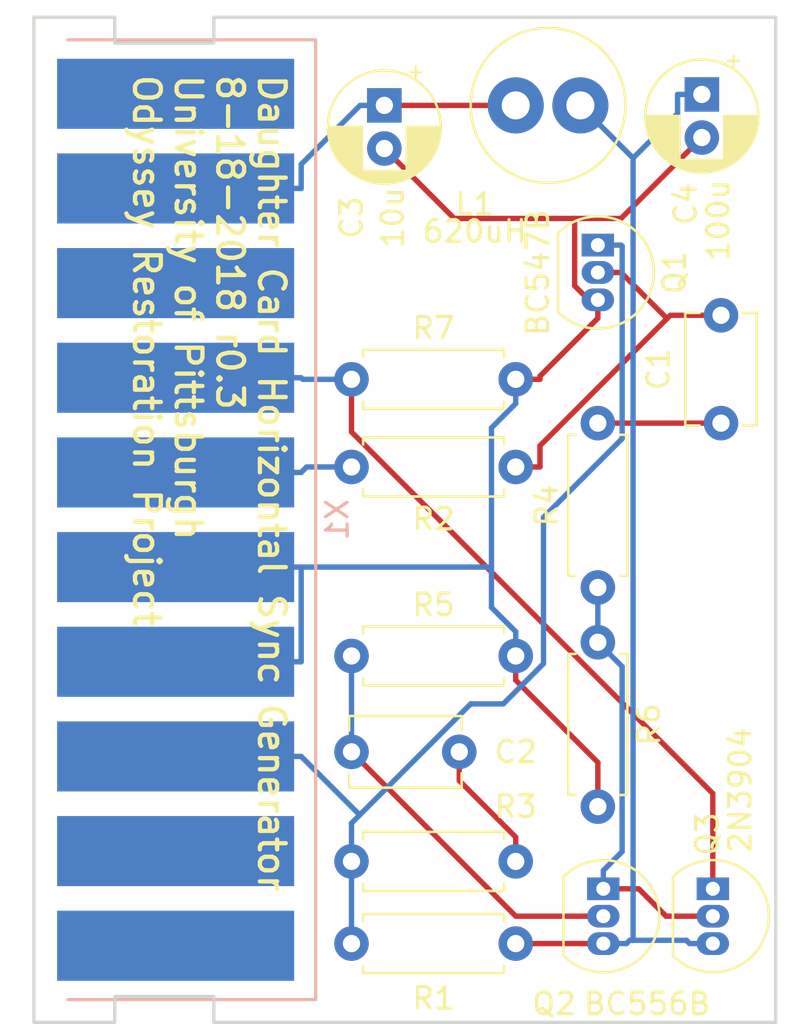
<source format=kicad_pcb>
(kicad_pcb (version 20171130) (host pcbnew "(2017-12-21 revision 23d71cfa9)-makepkg")

  (general
    (thickness 1.6)
    (drawings 13)
    (tracks 85)
    (zones 0)
    (modules 16)
    (nets 16)
  )

  (page A4)
  (title_block
    (title "Odyssey Daughter Card Horizontal Sync Generator")
    (date 2018-08-18)
    (rev 0.3)
    (company "University of Pittsburgh - Odyssey Restoration Project")
    (comment 1 "Levi Burner")
  )

  (layers
    (0 F.Cu signal)
    (31 B.Cu signal)
    (32 B.Adhes user)
    (33 F.Adhes user)
    (34 B.Paste user)
    (35 F.Paste user)
    (36 B.SilkS user)
    (37 F.SilkS user)
    (38 B.Mask user)
    (39 F.Mask user)
    (40 Dwgs.User user)
    (41 Cmts.User user)
    (42 Eco1.User user)
    (43 Eco2.User user)
    (44 Edge.Cuts user)
    (45 Margin user)
    (46 B.CrtYd user)
    (47 F.CrtYd user)
    (48 B.Fab user)
    (49 F.Fab user)
  )

  (setup
    (last_trace_width 0.25)
    (user_trace_width 2.5)
    (trace_clearance 0.2)
    (zone_clearance 0.508)
    (zone_45_only no)
    (trace_min 0.2)
    (segment_width 0.2)
    (edge_width 0.15)
    (via_size 0.8)
    (via_drill 0.4)
    (via_min_size 0.4)
    (via_min_drill 0.3)
    (uvia_size 0.3)
    (uvia_drill 0.1)
    (uvias_allowed no)
    (uvia_min_size 0.2)
    (uvia_min_drill 0.1)
    (pcb_text_width 0.3)
    (pcb_text_size 1.5 1.5)
    (mod_edge_width 0.15)
    (mod_text_size 1 1)
    (mod_text_width 0.15)
    (pad_size 1.05 1.5)
    (pad_drill 0.65)
    (pad_to_mask_clearance 0.2)
    (aux_axis_origin 0 0)
    (visible_elements 7FFFFFFF)
    (pcbplotparams
      (layerselection 0x010f0_ffffffff)
      (usegerberextensions false)
      (usegerberattributes false)
      (usegerberadvancedattributes false)
      (creategerberjobfile false)
      (excludeedgelayer true)
      (linewidth 0.100000)
      (plotframeref false)
      (viasonmask false)
      (mode 1)
      (useauxorigin false)
      (hpglpennumber 1)
      (hpglpenspeed 20)
      (hpglpendiameter 15)
      (psnegative false)
      (psa4output false)
      (plotreference true)
      (plotvalue true)
      (plotinvisibletext false)
      (padsonsilk false)
      (subtractmaskfromsilk false)
      (outputformat 1)
      (mirror false)
      (drillshape 0)
      (scaleselection 1)
      (outputdirectory gerbers/))
  )

  (net 0 "")
  (net 1 "Net-(C1-Pad1)")
  (net 2 "Net-(C1-Pad2)")
  (net 3 "Net-(C2-Pad2)")
  (net 4 "Net-(C2-Pad1)")
  (net 5 /Card9)
  (net 6 GND)
  (net 7 "Net-(C4-Pad1)")
  (net 8 /Card3)
  (net 9 /Card7)
  (net 10 /Card6)
  (net 11 /Card10)
  (net 12 /Card8)
  (net 13 /Card2)
  (net 14 /Card1)
  (net 15 "Net-(Q2-Pad1)")

  (net_class Default "This is the default net class."
    (clearance 0.2)
    (trace_width 0.25)
    (via_dia 0.8)
    (via_drill 0.4)
    (uvia_dia 0.3)
    (uvia_drill 0.1)
    (add_net /Card1)
    (add_net /Card10)
    (add_net /Card2)
    (add_net /Card3)
    (add_net /Card6)
    (add_net /Card7)
    (add_net /Card8)
    (add_net /Card9)
    (add_net GND)
    (add_net "Net-(C1-Pad1)")
    (add_net "Net-(C1-Pad2)")
    (add_net "Net-(C2-Pad1)")
    (add_net "Net-(C2-Pad2)")
    (add_net "Net-(C4-Pad1)")
    (add_net "Net-(Q2-Pad1)")
  )

  (module Odyssey_Daughter_Card:Odyssey_Daughter_Card (layer F.Cu) (tedit 5B0D8ECD) (tstamp 5B2441A7)
    (at 129 101)
    (path /5B0D981F)
    (fp_text reference X1 (at 7.5 0 90) (layer B.SilkS)
      (effects (font (size 1 1) (thickness 0.15)) (justify mirror))
    )
    (fp_text value OdysseyDaughterCard (at 0 -23.25) (layer F.Fab)
      (effects (font (size 1 1) (thickness 0.15)))
    )
    (fp_line (start -5 -22.25) (end 6.5 -22.25) (layer B.SilkS) (width 0.15))
    (fp_line (start 6.5 -22.25) (end 6.5 22.25) (layer B.SilkS) (width 0.15))
    (fp_line (start 6.5 22.25) (end -5 22.25) (layer B.SilkS) (width 0.15))
    (pad 10 smd rect (at 0 -19.75) (size 11 3.25) (layers B.Cu B.Mask)
      (net 11 /Card10))
    (pad 9 smd rect (at 0 -15.361112) (size 11 3.25) (layers B.Cu B.Mask)
      (net 5 /Card9))
    (pad 8 smd rect (at 0 -10.972224) (size 11 3.25) (layers B.Cu B.Mask)
      (net 12 /Card8))
    (pad 7 smd rect (at 0 -6.583336) (size 11 3.25) (layers B.Cu B.Mask)
      (net 9 /Card7))
    (pad 6 smd rect (at 0 -2.194448) (size 11 3.25) (layers B.Cu B.Mask)
      (net 10 /Card6))
    (pad 5 smd rect (at 0 2.19444) (size 11 3.25) (layers B.Cu B.Mask)
      (net 6 GND))
    (pad 4 smd rect (at 0 6.583328) (size 11 3.25) (layers B.Cu B.Mask)
      (net 6 GND))
    (pad 3 smd rect (at 0 10.972216) (size 11 3.25) (layers B.Cu B.Mask)
      (net 8 /Card3))
    (pad 2 smd rect (at 0 15.361104) (size 11 3.25) (layers B.Cu B.Mask)
      (net 13 /Card2))
    (pad 1 smd rect (at 0 19.749992) (size 11 3.25) (layers B.Cu B.Mask)
      (net 14 /Card1))
  )

  (module Capacitor_THT:C_Disc_D5.1mm_W3.2mm_P5.00mm (layer F.Cu) (tedit 5A142A3B) (tstamp 5B79DF06)
    (at 154.305 96.52 90)
    (descr "C, Disc series, Radial, pin pitch=5.00mm, diameter*width=5.1*3.2mm^2, Capacitor, http://www.vishay.com/docs/45233/krseries.pdf")
    (tags "C Disc series Radial pin pitch 5.00mm  diameter 5.1mm width 3.2mm Capacitor")
    (path /5B4D29F6)
    (fp_text reference C1 (at 2.5 -2.91 90) (layer F.SilkS)
      (effects (font (size 1 1) (thickness 0.15)))
    )
    (fp_text value 470p (at 2.5 2.91 90) (layer F.Fab)
      (effects (font (size 1 1) (thickness 0.15)))
    )
    (fp_line (start -0.05 -1.6) (end -0.05 1.6) (layer F.Fab) (width 0.1))
    (fp_line (start -0.05 1.6) (end 5.05 1.6) (layer F.Fab) (width 0.1))
    (fp_line (start 5.05 1.6) (end 5.05 -1.6) (layer F.Fab) (width 0.1))
    (fp_line (start 5.05 -1.6) (end -0.05 -1.6) (layer F.Fab) (width 0.1))
    (fp_line (start -0.11 -1.66) (end 5.11 -1.66) (layer F.SilkS) (width 0.12))
    (fp_line (start -0.11 1.66) (end 5.11 1.66) (layer F.SilkS) (width 0.12))
    (fp_line (start -0.11 -1.66) (end -0.11 -0.996) (layer F.SilkS) (width 0.12))
    (fp_line (start -0.11 0.996) (end -0.11 1.66) (layer F.SilkS) (width 0.12))
    (fp_line (start 5.11 -1.66) (end 5.11 -0.996) (layer F.SilkS) (width 0.12))
    (fp_line (start 5.11 0.996) (end 5.11 1.66) (layer F.SilkS) (width 0.12))
    (fp_line (start -1.05 -1.95) (end -1.05 1.95) (layer F.CrtYd) (width 0.05))
    (fp_line (start -1.05 1.95) (end 6.05 1.95) (layer F.CrtYd) (width 0.05))
    (fp_line (start 6.05 1.95) (end 6.05 -1.95) (layer F.CrtYd) (width 0.05))
    (fp_line (start 6.05 -1.95) (end -1.05 -1.95) (layer F.CrtYd) (width 0.05))
    (fp_text user %R (at 2.5 0 90) (layer F.Fab)
      (effects (font (size 1 1) (thickness 0.15)))
    )
    (pad 1 thru_hole circle (at 0 0 90) (size 1.6 1.6) (drill 0.8) (layers *.Cu *.Mask)
      (net 1 "Net-(C1-Pad1)"))
    (pad 2 thru_hole circle (at 5 0 90) (size 1.6 1.6) (drill 0.8) (layers *.Cu *.Mask)
      (net 2 "Net-(C1-Pad2)"))
    (model ${KISYS3DMOD}/Capacitor_THT.3dshapes/C_Disc_D5.1mm_W3.2mm_P5.00mm.wrl
      (at (xyz 0 0 0))
      (scale (xyz 1 1 1))
      (rotate (xyz 0 0 0))
    )
  )

  (module Capacitor_THT:C_Disc_D5.1mm_W3.2mm_P5.00mm (layer F.Cu) (tedit 5A142A3B) (tstamp 5B79DF1B)
    (at 137.16 111.76)
    (descr "C, Disc series, Radial, pin pitch=5.00mm, diameter*width=5.1*3.2mm^2, Capacitor, http://www.vishay.com/docs/45233/krseries.pdf")
    (tags "C Disc series Radial pin pitch 5.00mm  diameter 5.1mm width 3.2mm Capacitor")
    (path /5B4D2FDD)
    (fp_text reference C2 (at 7.62 0) (layer F.SilkS)
      (effects (font (size 1 1) (thickness 0.15)))
    )
    (fp_text value 680p (at 2.5 2.91) (layer F.Fab)
      (effects (font (size 1 1) (thickness 0.15)))
    )
    (fp_text user %R (at 2.5 0) (layer F.Fab)
      (effects (font (size 1 1) (thickness 0.15)))
    )
    (fp_line (start 6.05 -1.95) (end -1.05 -1.95) (layer F.CrtYd) (width 0.05))
    (fp_line (start 6.05 1.95) (end 6.05 -1.95) (layer F.CrtYd) (width 0.05))
    (fp_line (start -1.05 1.95) (end 6.05 1.95) (layer F.CrtYd) (width 0.05))
    (fp_line (start -1.05 -1.95) (end -1.05 1.95) (layer F.CrtYd) (width 0.05))
    (fp_line (start 5.11 0.996) (end 5.11 1.66) (layer F.SilkS) (width 0.12))
    (fp_line (start 5.11 -1.66) (end 5.11 -0.996) (layer F.SilkS) (width 0.12))
    (fp_line (start -0.11 0.996) (end -0.11 1.66) (layer F.SilkS) (width 0.12))
    (fp_line (start -0.11 -1.66) (end -0.11 -0.996) (layer F.SilkS) (width 0.12))
    (fp_line (start -0.11 1.66) (end 5.11 1.66) (layer F.SilkS) (width 0.12))
    (fp_line (start -0.11 -1.66) (end 5.11 -1.66) (layer F.SilkS) (width 0.12))
    (fp_line (start 5.05 -1.6) (end -0.05 -1.6) (layer F.Fab) (width 0.1))
    (fp_line (start 5.05 1.6) (end 5.05 -1.6) (layer F.Fab) (width 0.1))
    (fp_line (start -0.05 1.6) (end 5.05 1.6) (layer F.Fab) (width 0.1))
    (fp_line (start -0.05 -1.6) (end -0.05 1.6) (layer F.Fab) (width 0.1))
    (pad 2 thru_hole circle (at 5 0) (size 1.6 1.6) (drill 0.8) (layers *.Cu *.Mask)
      (net 3 "Net-(C2-Pad2)"))
    (pad 1 thru_hole circle (at 0 0) (size 1.6 1.6) (drill 0.8) (layers *.Cu *.Mask)
      (net 4 "Net-(C2-Pad1)"))
    (model ${KISYS3DMOD}/Capacitor_THT.3dshapes/C_Disc_D5.1mm_W3.2mm_P5.00mm.wrl
      (at (xyz 0 0 0))
      (scale (xyz 1 1 1))
      (rotate (xyz 0 0 0))
    )
  )

  (module Capacitor_THT:CP_Radial_D5.0mm_P2.00mm (layer F.Cu) (tedit 5B4D2CC7) (tstamp 5B79DF9E)
    (at 138.684 81.788 270)
    (descr "CP, Radial series, Radial, pin pitch=2.00mm, , diameter=5mm, Electrolytic Capacitor")
    (tags "CP Radial series Radial pin pitch 2.00mm  diameter 5mm Electrolytic Capacitor")
    (path /5B4D2C74)
    (fp_text reference C3 (at 5.207 1.524 270) (layer F.SilkS)
      (effects (font (size 1 1) (thickness 0.15)))
    )
    (fp_text value 10u (at 5.207 -0.381 270) (layer F.SilkS)
      (effects (font (size 1 1) (thickness 0.15)))
    )
    (fp_circle (center 1 0) (end 3.5 0) (layer F.Fab) (width 0.1))
    (fp_circle (center 1 0) (end 3.62 0) (layer F.SilkS) (width 0.12))
    (fp_circle (center 1 0) (end 3.75 0) (layer F.CrtYd) (width 0.05))
    (fp_line (start -1.133605 -1.0875) (end -0.633605 -1.0875) (layer F.Fab) (width 0.1))
    (fp_line (start -0.883605 -1.3375) (end -0.883605 -0.8375) (layer F.Fab) (width 0.1))
    (fp_line (start 1 1.04) (end 1 2.58) (layer F.SilkS) (width 0.12))
    (fp_line (start 1 -2.58) (end 1 -1.04) (layer F.SilkS) (width 0.12))
    (fp_line (start 1.04 1.04) (end 1.04 2.58) (layer F.SilkS) (width 0.12))
    (fp_line (start 1.04 -2.58) (end 1.04 -1.04) (layer F.SilkS) (width 0.12))
    (fp_line (start 1.08 -2.579) (end 1.08 -1.04) (layer F.SilkS) (width 0.12))
    (fp_line (start 1.08 1.04) (end 1.08 2.579) (layer F.SilkS) (width 0.12))
    (fp_line (start 1.12 -2.578) (end 1.12 -1.04) (layer F.SilkS) (width 0.12))
    (fp_line (start 1.12 1.04) (end 1.12 2.578) (layer F.SilkS) (width 0.12))
    (fp_line (start 1.16 -2.576) (end 1.16 -1.04) (layer F.SilkS) (width 0.12))
    (fp_line (start 1.16 1.04) (end 1.16 2.576) (layer F.SilkS) (width 0.12))
    (fp_line (start 1.2 -2.573) (end 1.2 -1.04) (layer F.SilkS) (width 0.12))
    (fp_line (start 1.2 1.04) (end 1.2 2.573) (layer F.SilkS) (width 0.12))
    (fp_line (start 1.24 -2.569) (end 1.24 -1.04) (layer F.SilkS) (width 0.12))
    (fp_line (start 1.24 1.04) (end 1.24 2.569) (layer F.SilkS) (width 0.12))
    (fp_line (start 1.28 -2.565) (end 1.28 -1.04) (layer F.SilkS) (width 0.12))
    (fp_line (start 1.28 1.04) (end 1.28 2.565) (layer F.SilkS) (width 0.12))
    (fp_line (start 1.32 -2.561) (end 1.32 -1.04) (layer F.SilkS) (width 0.12))
    (fp_line (start 1.32 1.04) (end 1.32 2.561) (layer F.SilkS) (width 0.12))
    (fp_line (start 1.36 -2.556) (end 1.36 -1.04) (layer F.SilkS) (width 0.12))
    (fp_line (start 1.36 1.04) (end 1.36 2.556) (layer F.SilkS) (width 0.12))
    (fp_line (start 1.4 -2.55) (end 1.4 -1.04) (layer F.SilkS) (width 0.12))
    (fp_line (start 1.4 1.04) (end 1.4 2.55) (layer F.SilkS) (width 0.12))
    (fp_line (start 1.44 -2.543) (end 1.44 -1.04) (layer F.SilkS) (width 0.12))
    (fp_line (start 1.44 1.04) (end 1.44 2.543) (layer F.SilkS) (width 0.12))
    (fp_line (start 1.48 -2.536) (end 1.48 -1.04) (layer F.SilkS) (width 0.12))
    (fp_line (start 1.48 1.04) (end 1.48 2.536) (layer F.SilkS) (width 0.12))
    (fp_line (start 1.52 -2.528) (end 1.52 -1.04) (layer F.SilkS) (width 0.12))
    (fp_line (start 1.52 1.04) (end 1.52 2.528) (layer F.SilkS) (width 0.12))
    (fp_line (start 1.56 -2.52) (end 1.56 -1.04) (layer F.SilkS) (width 0.12))
    (fp_line (start 1.56 1.04) (end 1.56 2.52) (layer F.SilkS) (width 0.12))
    (fp_line (start 1.6 -2.511) (end 1.6 -1.04) (layer F.SilkS) (width 0.12))
    (fp_line (start 1.6 1.04) (end 1.6 2.511) (layer F.SilkS) (width 0.12))
    (fp_line (start 1.64 -2.501) (end 1.64 -1.04) (layer F.SilkS) (width 0.12))
    (fp_line (start 1.64 1.04) (end 1.64 2.501) (layer F.SilkS) (width 0.12))
    (fp_line (start 1.68 -2.491) (end 1.68 -1.04) (layer F.SilkS) (width 0.12))
    (fp_line (start 1.68 1.04) (end 1.68 2.491) (layer F.SilkS) (width 0.12))
    (fp_line (start 1.721 -2.48) (end 1.721 -1.04) (layer F.SilkS) (width 0.12))
    (fp_line (start 1.721 1.04) (end 1.721 2.48) (layer F.SilkS) (width 0.12))
    (fp_line (start 1.761 -2.468) (end 1.761 -1.04) (layer F.SilkS) (width 0.12))
    (fp_line (start 1.761 1.04) (end 1.761 2.468) (layer F.SilkS) (width 0.12))
    (fp_line (start 1.801 -2.455) (end 1.801 -1.04) (layer F.SilkS) (width 0.12))
    (fp_line (start 1.801 1.04) (end 1.801 2.455) (layer F.SilkS) (width 0.12))
    (fp_line (start 1.841 -2.442) (end 1.841 -1.04) (layer F.SilkS) (width 0.12))
    (fp_line (start 1.841 1.04) (end 1.841 2.442) (layer F.SilkS) (width 0.12))
    (fp_line (start 1.881 -2.428) (end 1.881 -1.04) (layer F.SilkS) (width 0.12))
    (fp_line (start 1.881 1.04) (end 1.881 2.428) (layer F.SilkS) (width 0.12))
    (fp_line (start 1.921 -2.414) (end 1.921 -1.04) (layer F.SilkS) (width 0.12))
    (fp_line (start 1.921 1.04) (end 1.921 2.414) (layer F.SilkS) (width 0.12))
    (fp_line (start 1.961 -2.398) (end 1.961 -1.04) (layer F.SilkS) (width 0.12))
    (fp_line (start 1.961 1.04) (end 1.961 2.398) (layer F.SilkS) (width 0.12))
    (fp_line (start 2.001 -2.382) (end 2.001 -1.04) (layer F.SilkS) (width 0.12))
    (fp_line (start 2.001 1.04) (end 2.001 2.382) (layer F.SilkS) (width 0.12))
    (fp_line (start 2.041 -2.365) (end 2.041 -1.04) (layer F.SilkS) (width 0.12))
    (fp_line (start 2.041 1.04) (end 2.041 2.365) (layer F.SilkS) (width 0.12))
    (fp_line (start 2.081 -2.348) (end 2.081 -1.04) (layer F.SilkS) (width 0.12))
    (fp_line (start 2.081 1.04) (end 2.081 2.348) (layer F.SilkS) (width 0.12))
    (fp_line (start 2.121 -2.329) (end 2.121 -1.04) (layer F.SilkS) (width 0.12))
    (fp_line (start 2.121 1.04) (end 2.121 2.329) (layer F.SilkS) (width 0.12))
    (fp_line (start 2.161 -2.31) (end 2.161 -1.04) (layer F.SilkS) (width 0.12))
    (fp_line (start 2.161 1.04) (end 2.161 2.31) (layer F.SilkS) (width 0.12))
    (fp_line (start 2.201 -2.29) (end 2.201 -1.04) (layer F.SilkS) (width 0.12))
    (fp_line (start 2.201 1.04) (end 2.201 2.29) (layer F.SilkS) (width 0.12))
    (fp_line (start 2.241 -2.268) (end 2.241 -1.04) (layer F.SilkS) (width 0.12))
    (fp_line (start 2.241 1.04) (end 2.241 2.268) (layer F.SilkS) (width 0.12))
    (fp_line (start 2.281 -2.247) (end 2.281 -1.04) (layer F.SilkS) (width 0.12))
    (fp_line (start 2.281 1.04) (end 2.281 2.247) (layer F.SilkS) (width 0.12))
    (fp_line (start 2.321 -2.224) (end 2.321 -1.04) (layer F.SilkS) (width 0.12))
    (fp_line (start 2.321 1.04) (end 2.321 2.224) (layer F.SilkS) (width 0.12))
    (fp_line (start 2.361 -2.2) (end 2.361 -1.04) (layer F.SilkS) (width 0.12))
    (fp_line (start 2.361 1.04) (end 2.361 2.2) (layer F.SilkS) (width 0.12))
    (fp_line (start 2.401 -2.175) (end 2.401 -1.04) (layer F.SilkS) (width 0.12))
    (fp_line (start 2.401 1.04) (end 2.401 2.175) (layer F.SilkS) (width 0.12))
    (fp_line (start 2.441 -2.149) (end 2.441 -1.04) (layer F.SilkS) (width 0.12))
    (fp_line (start 2.441 1.04) (end 2.441 2.149) (layer F.SilkS) (width 0.12))
    (fp_line (start 2.481 -2.122) (end 2.481 -1.04) (layer F.SilkS) (width 0.12))
    (fp_line (start 2.481 1.04) (end 2.481 2.122) (layer F.SilkS) (width 0.12))
    (fp_line (start 2.521 -2.095) (end 2.521 -1.04) (layer F.SilkS) (width 0.12))
    (fp_line (start 2.521 1.04) (end 2.521 2.095) (layer F.SilkS) (width 0.12))
    (fp_line (start 2.561 -2.065) (end 2.561 -1.04) (layer F.SilkS) (width 0.12))
    (fp_line (start 2.561 1.04) (end 2.561 2.065) (layer F.SilkS) (width 0.12))
    (fp_line (start 2.601 -2.035) (end 2.601 -1.04) (layer F.SilkS) (width 0.12))
    (fp_line (start 2.601 1.04) (end 2.601 2.035) (layer F.SilkS) (width 0.12))
    (fp_line (start 2.641 -2.004) (end 2.641 -1.04) (layer F.SilkS) (width 0.12))
    (fp_line (start 2.641 1.04) (end 2.641 2.004) (layer F.SilkS) (width 0.12))
    (fp_line (start 2.681 -1.971) (end 2.681 -1.04) (layer F.SilkS) (width 0.12))
    (fp_line (start 2.681 1.04) (end 2.681 1.971) (layer F.SilkS) (width 0.12))
    (fp_line (start 2.721 -1.937) (end 2.721 -1.04) (layer F.SilkS) (width 0.12))
    (fp_line (start 2.721 1.04) (end 2.721 1.937) (layer F.SilkS) (width 0.12))
    (fp_line (start 2.761 -1.901) (end 2.761 -1.04) (layer F.SilkS) (width 0.12))
    (fp_line (start 2.761 1.04) (end 2.761 1.901) (layer F.SilkS) (width 0.12))
    (fp_line (start 2.801 -1.864) (end 2.801 -1.04) (layer F.SilkS) (width 0.12))
    (fp_line (start 2.801 1.04) (end 2.801 1.864) (layer F.SilkS) (width 0.12))
    (fp_line (start 2.841 -1.826) (end 2.841 -1.04) (layer F.SilkS) (width 0.12))
    (fp_line (start 2.841 1.04) (end 2.841 1.826) (layer F.SilkS) (width 0.12))
    (fp_line (start 2.881 -1.785) (end 2.881 -1.04) (layer F.SilkS) (width 0.12))
    (fp_line (start 2.881 1.04) (end 2.881 1.785) (layer F.SilkS) (width 0.12))
    (fp_line (start 2.921 -1.743) (end 2.921 -1.04) (layer F.SilkS) (width 0.12))
    (fp_line (start 2.921 1.04) (end 2.921 1.743) (layer F.SilkS) (width 0.12))
    (fp_line (start 2.961 -1.699) (end 2.961 -1.04) (layer F.SilkS) (width 0.12))
    (fp_line (start 2.961 1.04) (end 2.961 1.699) (layer F.SilkS) (width 0.12))
    (fp_line (start 3.001 -1.653) (end 3.001 -1.04) (layer F.SilkS) (width 0.12))
    (fp_line (start 3.001 1.04) (end 3.001 1.653) (layer F.SilkS) (width 0.12))
    (fp_line (start 3.041 -1.605) (end 3.041 1.605) (layer F.SilkS) (width 0.12))
    (fp_line (start 3.081 -1.554) (end 3.081 1.554) (layer F.SilkS) (width 0.12))
    (fp_line (start 3.121 -1.5) (end 3.121 1.5) (layer F.SilkS) (width 0.12))
    (fp_line (start 3.161 -1.443) (end 3.161 1.443) (layer F.SilkS) (width 0.12))
    (fp_line (start 3.201 -1.383) (end 3.201 1.383) (layer F.SilkS) (width 0.12))
    (fp_line (start 3.241 -1.319) (end 3.241 1.319) (layer F.SilkS) (width 0.12))
    (fp_line (start 3.281 -1.251) (end 3.281 1.251) (layer F.SilkS) (width 0.12))
    (fp_line (start 3.321 -1.178) (end 3.321 1.178) (layer F.SilkS) (width 0.12))
    (fp_line (start 3.361 -1.098) (end 3.361 1.098) (layer F.SilkS) (width 0.12))
    (fp_line (start 3.401 -1.011) (end 3.401 1.011) (layer F.SilkS) (width 0.12))
    (fp_line (start 3.441 -0.915) (end 3.441 0.915) (layer F.SilkS) (width 0.12))
    (fp_line (start 3.481 -0.805) (end 3.481 0.805) (layer F.SilkS) (width 0.12))
    (fp_line (start 3.521 -0.677) (end 3.521 0.677) (layer F.SilkS) (width 0.12))
    (fp_line (start 3.561 -0.518) (end 3.561 0.518) (layer F.SilkS) (width 0.12))
    (fp_line (start 3.601 -0.284) (end 3.601 0.284) (layer F.SilkS) (width 0.12))
    (fp_line (start -1.804775 -1.475) (end -1.304775 -1.475) (layer F.SilkS) (width 0.12))
    (fp_line (start -1.554775 -1.725) (end -1.554775 -1.225) (layer F.SilkS) (width 0.12))
    (fp_text user %R (at 1 0 270) (layer F.Fab)
      (effects (font (size 1 1) (thickness 0.15)))
    )
    (pad 1 thru_hole rect (at 0 0 270) (size 1.6 1.6) (drill 0.8) (layers *.Cu *.Mask)
      (net 5 /Card9))
    (pad 2 thru_hole circle (at 2 0 270) (size 1.6 1.6) (drill 0.8) (layers *.Cu *.Mask)
      (net 6 GND))
    (model ${KISYS3DMOD}/Capacitor_THT.3dshapes/CP_Radial_D5.0mm_P2.00mm.wrl
      (at (xyz 0 0 0))
      (scale (xyz 1 1 1))
      (rotate (xyz 0 0 0))
    )
  )

  (module Capacitor_THT:CP_Radial_D5.0mm_P2.00mm (layer F.Cu) (tedit 5B4D2CBE) (tstamp 5B79E021)
    (at 153.416 81.28 270)
    (descr "CP, Radial series, Radial, pin pitch=2.00mm, , diameter=5mm, Electrolytic Capacitor")
    (tags "CP Radial series Radial pin pitch 2.00mm  diameter 5mm Electrolytic Capacitor")
    (path /5B4D2CC4)
    (fp_text reference C4 (at 5.08 0.762 270) (layer F.SilkS)
      (effects (font (size 1 1) (thickness 0.15)))
    )
    (fp_text value 100u (at 5.842 -0.762 270) (layer F.SilkS)
      (effects (font (size 1 1) (thickness 0.15)))
    )
    (fp_text user %R (at 1 0 270) (layer F.Fab)
      (effects (font (size 1 1) (thickness 0.15)))
    )
    (fp_line (start -1.554775 -1.725) (end -1.554775 -1.225) (layer F.SilkS) (width 0.12))
    (fp_line (start -1.804775 -1.475) (end -1.304775 -1.475) (layer F.SilkS) (width 0.12))
    (fp_line (start 3.601 -0.284) (end 3.601 0.284) (layer F.SilkS) (width 0.12))
    (fp_line (start 3.561 -0.518) (end 3.561 0.518) (layer F.SilkS) (width 0.12))
    (fp_line (start 3.521 -0.677) (end 3.521 0.677) (layer F.SilkS) (width 0.12))
    (fp_line (start 3.481 -0.805) (end 3.481 0.805) (layer F.SilkS) (width 0.12))
    (fp_line (start 3.441 -0.915) (end 3.441 0.915) (layer F.SilkS) (width 0.12))
    (fp_line (start 3.401 -1.011) (end 3.401 1.011) (layer F.SilkS) (width 0.12))
    (fp_line (start 3.361 -1.098) (end 3.361 1.098) (layer F.SilkS) (width 0.12))
    (fp_line (start 3.321 -1.178) (end 3.321 1.178) (layer F.SilkS) (width 0.12))
    (fp_line (start 3.281 -1.251) (end 3.281 1.251) (layer F.SilkS) (width 0.12))
    (fp_line (start 3.241 -1.319) (end 3.241 1.319) (layer F.SilkS) (width 0.12))
    (fp_line (start 3.201 -1.383) (end 3.201 1.383) (layer F.SilkS) (width 0.12))
    (fp_line (start 3.161 -1.443) (end 3.161 1.443) (layer F.SilkS) (width 0.12))
    (fp_line (start 3.121 -1.5) (end 3.121 1.5) (layer F.SilkS) (width 0.12))
    (fp_line (start 3.081 -1.554) (end 3.081 1.554) (layer F.SilkS) (width 0.12))
    (fp_line (start 3.041 -1.605) (end 3.041 1.605) (layer F.SilkS) (width 0.12))
    (fp_line (start 3.001 1.04) (end 3.001 1.653) (layer F.SilkS) (width 0.12))
    (fp_line (start 3.001 -1.653) (end 3.001 -1.04) (layer F.SilkS) (width 0.12))
    (fp_line (start 2.961 1.04) (end 2.961 1.699) (layer F.SilkS) (width 0.12))
    (fp_line (start 2.961 -1.699) (end 2.961 -1.04) (layer F.SilkS) (width 0.12))
    (fp_line (start 2.921 1.04) (end 2.921 1.743) (layer F.SilkS) (width 0.12))
    (fp_line (start 2.921 -1.743) (end 2.921 -1.04) (layer F.SilkS) (width 0.12))
    (fp_line (start 2.881 1.04) (end 2.881 1.785) (layer F.SilkS) (width 0.12))
    (fp_line (start 2.881 -1.785) (end 2.881 -1.04) (layer F.SilkS) (width 0.12))
    (fp_line (start 2.841 1.04) (end 2.841 1.826) (layer F.SilkS) (width 0.12))
    (fp_line (start 2.841 -1.826) (end 2.841 -1.04) (layer F.SilkS) (width 0.12))
    (fp_line (start 2.801 1.04) (end 2.801 1.864) (layer F.SilkS) (width 0.12))
    (fp_line (start 2.801 -1.864) (end 2.801 -1.04) (layer F.SilkS) (width 0.12))
    (fp_line (start 2.761 1.04) (end 2.761 1.901) (layer F.SilkS) (width 0.12))
    (fp_line (start 2.761 -1.901) (end 2.761 -1.04) (layer F.SilkS) (width 0.12))
    (fp_line (start 2.721 1.04) (end 2.721 1.937) (layer F.SilkS) (width 0.12))
    (fp_line (start 2.721 -1.937) (end 2.721 -1.04) (layer F.SilkS) (width 0.12))
    (fp_line (start 2.681 1.04) (end 2.681 1.971) (layer F.SilkS) (width 0.12))
    (fp_line (start 2.681 -1.971) (end 2.681 -1.04) (layer F.SilkS) (width 0.12))
    (fp_line (start 2.641 1.04) (end 2.641 2.004) (layer F.SilkS) (width 0.12))
    (fp_line (start 2.641 -2.004) (end 2.641 -1.04) (layer F.SilkS) (width 0.12))
    (fp_line (start 2.601 1.04) (end 2.601 2.035) (layer F.SilkS) (width 0.12))
    (fp_line (start 2.601 -2.035) (end 2.601 -1.04) (layer F.SilkS) (width 0.12))
    (fp_line (start 2.561 1.04) (end 2.561 2.065) (layer F.SilkS) (width 0.12))
    (fp_line (start 2.561 -2.065) (end 2.561 -1.04) (layer F.SilkS) (width 0.12))
    (fp_line (start 2.521 1.04) (end 2.521 2.095) (layer F.SilkS) (width 0.12))
    (fp_line (start 2.521 -2.095) (end 2.521 -1.04) (layer F.SilkS) (width 0.12))
    (fp_line (start 2.481 1.04) (end 2.481 2.122) (layer F.SilkS) (width 0.12))
    (fp_line (start 2.481 -2.122) (end 2.481 -1.04) (layer F.SilkS) (width 0.12))
    (fp_line (start 2.441 1.04) (end 2.441 2.149) (layer F.SilkS) (width 0.12))
    (fp_line (start 2.441 -2.149) (end 2.441 -1.04) (layer F.SilkS) (width 0.12))
    (fp_line (start 2.401 1.04) (end 2.401 2.175) (layer F.SilkS) (width 0.12))
    (fp_line (start 2.401 -2.175) (end 2.401 -1.04) (layer F.SilkS) (width 0.12))
    (fp_line (start 2.361 1.04) (end 2.361 2.2) (layer F.SilkS) (width 0.12))
    (fp_line (start 2.361 -2.2) (end 2.361 -1.04) (layer F.SilkS) (width 0.12))
    (fp_line (start 2.321 1.04) (end 2.321 2.224) (layer F.SilkS) (width 0.12))
    (fp_line (start 2.321 -2.224) (end 2.321 -1.04) (layer F.SilkS) (width 0.12))
    (fp_line (start 2.281 1.04) (end 2.281 2.247) (layer F.SilkS) (width 0.12))
    (fp_line (start 2.281 -2.247) (end 2.281 -1.04) (layer F.SilkS) (width 0.12))
    (fp_line (start 2.241 1.04) (end 2.241 2.268) (layer F.SilkS) (width 0.12))
    (fp_line (start 2.241 -2.268) (end 2.241 -1.04) (layer F.SilkS) (width 0.12))
    (fp_line (start 2.201 1.04) (end 2.201 2.29) (layer F.SilkS) (width 0.12))
    (fp_line (start 2.201 -2.29) (end 2.201 -1.04) (layer F.SilkS) (width 0.12))
    (fp_line (start 2.161 1.04) (end 2.161 2.31) (layer F.SilkS) (width 0.12))
    (fp_line (start 2.161 -2.31) (end 2.161 -1.04) (layer F.SilkS) (width 0.12))
    (fp_line (start 2.121 1.04) (end 2.121 2.329) (layer F.SilkS) (width 0.12))
    (fp_line (start 2.121 -2.329) (end 2.121 -1.04) (layer F.SilkS) (width 0.12))
    (fp_line (start 2.081 1.04) (end 2.081 2.348) (layer F.SilkS) (width 0.12))
    (fp_line (start 2.081 -2.348) (end 2.081 -1.04) (layer F.SilkS) (width 0.12))
    (fp_line (start 2.041 1.04) (end 2.041 2.365) (layer F.SilkS) (width 0.12))
    (fp_line (start 2.041 -2.365) (end 2.041 -1.04) (layer F.SilkS) (width 0.12))
    (fp_line (start 2.001 1.04) (end 2.001 2.382) (layer F.SilkS) (width 0.12))
    (fp_line (start 2.001 -2.382) (end 2.001 -1.04) (layer F.SilkS) (width 0.12))
    (fp_line (start 1.961 1.04) (end 1.961 2.398) (layer F.SilkS) (width 0.12))
    (fp_line (start 1.961 -2.398) (end 1.961 -1.04) (layer F.SilkS) (width 0.12))
    (fp_line (start 1.921 1.04) (end 1.921 2.414) (layer F.SilkS) (width 0.12))
    (fp_line (start 1.921 -2.414) (end 1.921 -1.04) (layer F.SilkS) (width 0.12))
    (fp_line (start 1.881 1.04) (end 1.881 2.428) (layer F.SilkS) (width 0.12))
    (fp_line (start 1.881 -2.428) (end 1.881 -1.04) (layer F.SilkS) (width 0.12))
    (fp_line (start 1.841 1.04) (end 1.841 2.442) (layer F.SilkS) (width 0.12))
    (fp_line (start 1.841 -2.442) (end 1.841 -1.04) (layer F.SilkS) (width 0.12))
    (fp_line (start 1.801 1.04) (end 1.801 2.455) (layer F.SilkS) (width 0.12))
    (fp_line (start 1.801 -2.455) (end 1.801 -1.04) (layer F.SilkS) (width 0.12))
    (fp_line (start 1.761 1.04) (end 1.761 2.468) (layer F.SilkS) (width 0.12))
    (fp_line (start 1.761 -2.468) (end 1.761 -1.04) (layer F.SilkS) (width 0.12))
    (fp_line (start 1.721 1.04) (end 1.721 2.48) (layer F.SilkS) (width 0.12))
    (fp_line (start 1.721 -2.48) (end 1.721 -1.04) (layer F.SilkS) (width 0.12))
    (fp_line (start 1.68 1.04) (end 1.68 2.491) (layer F.SilkS) (width 0.12))
    (fp_line (start 1.68 -2.491) (end 1.68 -1.04) (layer F.SilkS) (width 0.12))
    (fp_line (start 1.64 1.04) (end 1.64 2.501) (layer F.SilkS) (width 0.12))
    (fp_line (start 1.64 -2.501) (end 1.64 -1.04) (layer F.SilkS) (width 0.12))
    (fp_line (start 1.6 1.04) (end 1.6 2.511) (layer F.SilkS) (width 0.12))
    (fp_line (start 1.6 -2.511) (end 1.6 -1.04) (layer F.SilkS) (width 0.12))
    (fp_line (start 1.56 1.04) (end 1.56 2.52) (layer F.SilkS) (width 0.12))
    (fp_line (start 1.56 -2.52) (end 1.56 -1.04) (layer F.SilkS) (width 0.12))
    (fp_line (start 1.52 1.04) (end 1.52 2.528) (layer F.SilkS) (width 0.12))
    (fp_line (start 1.52 -2.528) (end 1.52 -1.04) (layer F.SilkS) (width 0.12))
    (fp_line (start 1.48 1.04) (end 1.48 2.536) (layer F.SilkS) (width 0.12))
    (fp_line (start 1.48 -2.536) (end 1.48 -1.04) (layer F.SilkS) (width 0.12))
    (fp_line (start 1.44 1.04) (end 1.44 2.543) (layer F.SilkS) (width 0.12))
    (fp_line (start 1.44 -2.543) (end 1.44 -1.04) (layer F.SilkS) (width 0.12))
    (fp_line (start 1.4 1.04) (end 1.4 2.55) (layer F.SilkS) (width 0.12))
    (fp_line (start 1.4 -2.55) (end 1.4 -1.04) (layer F.SilkS) (width 0.12))
    (fp_line (start 1.36 1.04) (end 1.36 2.556) (layer F.SilkS) (width 0.12))
    (fp_line (start 1.36 -2.556) (end 1.36 -1.04) (layer F.SilkS) (width 0.12))
    (fp_line (start 1.32 1.04) (end 1.32 2.561) (layer F.SilkS) (width 0.12))
    (fp_line (start 1.32 -2.561) (end 1.32 -1.04) (layer F.SilkS) (width 0.12))
    (fp_line (start 1.28 1.04) (end 1.28 2.565) (layer F.SilkS) (width 0.12))
    (fp_line (start 1.28 -2.565) (end 1.28 -1.04) (layer F.SilkS) (width 0.12))
    (fp_line (start 1.24 1.04) (end 1.24 2.569) (layer F.SilkS) (width 0.12))
    (fp_line (start 1.24 -2.569) (end 1.24 -1.04) (layer F.SilkS) (width 0.12))
    (fp_line (start 1.2 1.04) (end 1.2 2.573) (layer F.SilkS) (width 0.12))
    (fp_line (start 1.2 -2.573) (end 1.2 -1.04) (layer F.SilkS) (width 0.12))
    (fp_line (start 1.16 1.04) (end 1.16 2.576) (layer F.SilkS) (width 0.12))
    (fp_line (start 1.16 -2.576) (end 1.16 -1.04) (layer F.SilkS) (width 0.12))
    (fp_line (start 1.12 1.04) (end 1.12 2.578) (layer F.SilkS) (width 0.12))
    (fp_line (start 1.12 -2.578) (end 1.12 -1.04) (layer F.SilkS) (width 0.12))
    (fp_line (start 1.08 1.04) (end 1.08 2.579) (layer F.SilkS) (width 0.12))
    (fp_line (start 1.08 -2.579) (end 1.08 -1.04) (layer F.SilkS) (width 0.12))
    (fp_line (start 1.04 -2.58) (end 1.04 -1.04) (layer F.SilkS) (width 0.12))
    (fp_line (start 1.04 1.04) (end 1.04 2.58) (layer F.SilkS) (width 0.12))
    (fp_line (start 1 -2.58) (end 1 -1.04) (layer F.SilkS) (width 0.12))
    (fp_line (start 1 1.04) (end 1 2.58) (layer F.SilkS) (width 0.12))
    (fp_line (start -0.883605 -1.3375) (end -0.883605 -0.8375) (layer F.Fab) (width 0.1))
    (fp_line (start -1.133605 -1.0875) (end -0.633605 -1.0875) (layer F.Fab) (width 0.1))
    (fp_circle (center 1 0) (end 3.75 0) (layer F.CrtYd) (width 0.05))
    (fp_circle (center 1 0) (end 3.62 0) (layer F.SilkS) (width 0.12))
    (fp_circle (center 1 0) (end 3.5 0) (layer F.Fab) (width 0.1))
    (pad 2 thru_hole circle (at 2 0 270) (size 1.6 1.6) (drill 0.8) (layers *.Cu *.Mask)
      (net 6 GND))
    (pad 1 thru_hole rect (at 0 0 270) (size 1.6 1.6) (drill 0.8) (layers *.Cu *.Mask)
      (net 7 "Net-(C4-Pad1)"))
    (model ${KISYS3DMOD}/Capacitor_THT.3dshapes/CP_Radial_D5.0mm_P2.00mm.wrl
      (at (xyz 0 0 0))
      (scale (xyz 1 1 1))
      (rotate (xyz 0 0 0))
    )
  )

  (module Inductor_THT:L_Radial_D7.0mm_P3.00mm (layer F.Cu) (tedit 5B4D2CD2) (tstamp 5B79E02E)
    (at 144.78 81.788)
    (descr "L, Radial series, Radial, pin pitch=3.00mm, , diameter=7mm, http://www.abracon.com/Magnetics/radial/AIUR-16.pdf")
    (tags "L Radial series Radial pin pitch 3.00mm  diameter 7mm")
    (path /5B4D2DFB)
    (fp_text reference L1 (at -1.905 4.572) (layer F.SilkS)
      (effects (font (size 1 1) (thickness 0.15)))
    )
    (fp_text value 620uH (at -1.905 5.842) (layer F.SilkS)
      (effects (font (size 1 1) (thickness 0.15)))
    )
    (fp_text user %R (at 1.5 0) (layer F.Fab)
      (effects (font (size 1 1) (thickness 0.15)))
    )
    (fp_line (start -2.35 -3.85) (end -2.35 3.85) (layer F.CrtYd) (width 0.05))
    (fp_line (start -2.35 3.85) (end 5.35 3.85) (layer F.CrtYd) (width 0.05))
    (fp_line (start 5.35 3.85) (end 5.35 -3.85) (layer F.CrtYd) (width 0.05))
    (fp_line (start 5.35 -3.85) (end -2.35 -3.85) (layer F.CrtYd) (width 0.05))
    (fp_circle (center 1.5 0) (end 5 0) (layer F.Fab) (width 0.1))
    (fp_circle (center 1.5 0) (end 5.09 0) (layer F.SilkS) (width 0.12))
    (pad 1 thru_hole circle (at 0 0) (size 2.6 2.6) (drill 1.3) (layers *.Cu *.Mask)
      (net 5 /Card9))
    (pad 2 thru_hole circle (at 3 0) (size 2.6 2.6) (drill 1.3) (layers *.Cu *.Mask)
      (net 7 "Net-(C4-Pad1)"))
    (model ${KISYS3DMOD}/Inductor_THT.3dshapes/L_Radial_D7.0mm_P3.00mm.wrl
      (at (xyz 0 0 0))
      (scale (xyz 1 1 1))
      (rotate (xyz 0 0 0))
    )
  )

  (module Package_TO_SOT_THT:TO-92_Inline (layer F.Cu) (tedit 5B4E6D78) (tstamp 5B79E040)
    (at 148.59 88.265 270)
    (descr "TO-92 leads in-line, narrow, oval pads, drill 0.75mm (see NXP sot054_po.pdf)")
    (tags "to-92 sc-43 sc-43a sot54 PA33 transistor")
    (path /5B4D27B5)
    (fp_text reference Q1 (at 1.27 -3.56 270) (layer F.SilkS)
      (effects (font (size 1 1) (thickness 0.15)))
    )
    (fp_text value BC547B (at 1.27 2.79 270) (layer F.SilkS)
      (effects (font (size 1 1) (thickness 0.15)))
    )
    (fp_text user %R (at 1.27 -3.56 270) (layer F.Fab)
      (effects (font (size 1 1) (thickness 0.15)))
    )
    (fp_line (start -0.53 1.85) (end 3.07 1.85) (layer F.SilkS) (width 0.12))
    (fp_line (start -0.5 1.75) (end 3 1.75) (layer F.Fab) (width 0.1))
    (fp_line (start -1.46 -2.73) (end 4 -2.73) (layer F.CrtYd) (width 0.05))
    (fp_line (start -1.46 -2.73) (end -1.46 2.01) (layer F.CrtYd) (width 0.05))
    (fp_line (start 4 2.01) (end 4 -2.73) (layer F.CrtYd) (width 0.05))
    (fp_line (start 4 2.01) (end -1.46 2.01) (layer F.CrtYd) (width 0.05))
    (fp_arc (start 1.27 0) (end 1.27 -2.48) (angle 135) (layer F.Fab) (width 0.1))
    (fp_arc (start 1.27 0) (end 1.27 -2.6) (angle -135) (layer F.SilkS) (width 0.12))
    (fp_arc (start 1.27 0) (end 1.27 -2.48) (angle -135) (layer F.Fab) (width 0.1))
    (fp_arc (start 1.27 0) (end 1.27 -2.6) (angle 135) (layer F.SilkS) (width 0.12))
    (pad 2 thru_hole oval (at 1.27 0 270) (size 1.05 1.5) (drill 0.65) (layers *.Cu *.Mask)
      (net 2 "Net-(C1-Pad2)"))
    (pad 3 thru_hole oval (at 2.54 0 270) (size 1.05 1.5) (drill 0.65) (layers *.Cu *.Mask)
      (net 6 GND))
    (pad 1 thru_hole rect (at 0 0 270) (size 1.05 1.5) (drill 0.65) (layers *.Cu *.Mask)
      (net 8 /Card3))
    (model ${KISYS3DMOD}/Package_TO_SOT_THT.3dshapes/TO-92_Inline.wrl
      (at (xyz 0 0 0))
      (scale (xyz 1 1 1))
      (rotate (xyz 0 0 0))
    )
  )

  (module Package_TO_SOT_THT:TO-92_Inline (layer F.Cu) (tedit 5B4E6D87) (tstamp 5B79E052)
    (at 148.844 118.11 270)
    (descr "TO-92 leads in-line, narrow, oval pads, drill 0.75mm (see NXP sot054_po.pdf)")
    (tags "to-92 sc-43 sc-43a sot54 PA33 transistor")
    (path /5B4D26CA)
    (fp_text reference Q2 (at 5.334 2.286) (layer F.SilkS)
      (effects (font (size 1 1) (thickness 0.15)))
    )
    (fp_text value BC556B (at 5.334 -2.032) (layer F.SilkS)
      (effects (font (size 1 1) (thickness 0.15)))
    )
    (fp_arc (start 1.27 0) (end 1.27 -2.6) (angle 135) (layer F.SilkS) (width 0.12))
    (fp_arc (start 1.27 0) (end 1.27 -2.48) (angle -135) (layer F.Fab) (width 0.1))
    (fp_arc (start 1.27 0) (end 1.27 -2.6) (angle -135) (layer F.SilkS) (width 0.12))
    (fp_arc (start 1.27 0) (end 1.27 -2.48) (angle 135) (layer F.Fab) (width 0.1))
    (fp_line (start 4 2.01) (end -1.46 2.01) (layer F.CrtYd) (width 0.05))
    (fp_line (start 4 2.01) (end 4 -2.73) (layer F.CrtYd) (width 0.05))
    (fp_line (start -1.46 -2.73) (end -1.46 2.01) (layer F.CrtYd) (width 0.05))
    (fp_line (start -1.46 -2.73) (end 4 -2.73) (layer F.CrtYd) (width 0.05))
    (fp_line (start -0.5 1.75) (end 3 1.75) (layer F.Fab) (width 0.1))
    (fp_line (start -0.53 1.85) (end 3.07 1.85) (layer F.SilkS) (width 0.12))
    (fp_text user %R (at -0.635 3.175 270) (layer F.Fab)
      (effects (font (size 1 1) (thickness 0.15)))
    )
    (pad 1 thru_hole rect (at 0 0 270) (size 1.05 1.5) (drill 0.65) (layers *.Cu *.Mask)
      (net 15 "Net-(Q2-Pad1)"))
    (pad 3 thru_hole oval (at 2.54 0 270) (size 1.05 1.5) (drill 0.65) (layers *.Cu *.Mask)
      (net 7 "Net-(C4-Pad1)"))
    (pad 2 thru_hole oval (at 1.27 0 270) (size 1.05 1.5) (drill 0.65) (layers *.Cu *.Mask)
      (net 4 "Net-(C2-Pad1)"))
    (model ${KISYS3DMOD}/Package_TO_SOT_THT.3dshapes/TO-92_Inline.wrl
      (at (xyz 0 0 0))
      (scale (xyz 1 1 1))
      (rotate (xyz 0 0 0))
    )
  )

  (module Package_TO_SOT_THT:TO-92_Inline (layer F.Cu) (tedit 5B4E6D94) (tstamp 5B79E064)
    (at 153.924 118.11 270)
    (descr "TO-92 leads in-line, narrow, oval pads, drill 0.75mm (see NXP sot054_po.pdf)")
    (tags "to-92 sc-43 sc-43a sot54 PA33 transistor")
    (path /5B4D25F7)
    (fp_text reference Q3 (at -2.54 0.254 270) (layer F.SilkS)
      (effects (font (size 1 1) (thickness 0.15)))
    )
    (fp_text value 2N3904 (at -4.572 -1.27 270) (layer F.SilkS)
      (effects (font (size 1 1) (thickness 0.15)))
    )
    (fp_text user %R (at -2.54 0.254 270) (layer F.Fab)
      (effects (font (size 1 1) (thickness 0.15)))
    )
    (fp_line (start -0.53 1.85) (end 3.07 1.85) (layer F.SilkS) (width 0.12))
    (fp_line (start -0.5 1.75) (end 3 1.75) (layer F.Fab) (width 0.1))
    (fp_line (start -1.46 -2.73) (end 4 -2.73) (layer F.CrtYd) (width 0.05))
    (fp_line (start -1.46 -2.73) (end -1.46 2.01) (layer F.CrtYd) (width 0.05))
    (fp_line (start 4 2.01) (end 4 -2.73) (layer F.CrtYd) (width 0.05))
    (fp_line (start 4 2.01) (end -1.46 2.01) (layer F.CrtYd) (width 0.05))
    (fp_arc (start 1.27 0) (end 1.27 -2.48) (angle 135) (layer F.Fab) (width 0.1))
    (fp_arc (start 1.27 0) (end 1.27 -2.6) (angle -135) (layer F.SilkS) (width 0.12))
    (fp_arc (start 1.27 0) (end 1.27 -2.48) (angle -135) (layer F.Fab) (width 0.1))
    (fp_arc (start 1.27 0) (end 1.27 -2.6) (angle 135) (layer F.SilkS) (width 0.12))
    (pad 2 thru_hole oval (at 1.27 0 270) (size 1.05 1.5) (drill 0.65) (layers *.Cu *.Mask)
      (net 15 "Net-(Q2-Pad1)"))
    (pad 3 thru_hole oval (at 2.54 0 270) (size 1.05 1.5) (drill 0.65) (layers *.Cu *.Mask)
      (net 7 "Net-(C4-Pad1)"))
    (pad 1 thru_hole rect (at 0 0 270) (size 1.05 1.5) (drill 0.65) (layers *.Cu *.Mask)
      (net 9 /Card7))
    (model ${KISYS3DMOD}/Package_TO_SOT_THT.3dshapes/TO-92_Inline.wrl
      (at (xyz 0 0 0))
      (scale (xyz 1 1 1))
      (rotate (xyz 0 0 0))
    )
  )

  (module Resistor_THT:R_Axial_DIN0207_L6.3mm_D2.5mm_P7.62mm_Horizontal (layer F.Cu) (tedit 5A24F4B6) (tstamp 5B79E07B)
    (at 137.16 120.65)
    (descr "Resistor, Axial_DIN0207 series, Axial, Horizontal, pin pitch=7.62mm, 0.25W = 1/4W, length*diameter=6.3*2.5mm^2, http://cdn-reichelt.de/documents/datenblatt/B400/1_4W%23YAG.pdf")
    (tags "Resistor Axial_DIN0207 series Axial Horizontal pin pitch 7.62mm 0.25W = 1/4W length 6.3mm diameter 2.5mm")
    (path /5B4D2EEB)
    (fp_text reference R1 (at 3.81 2.54) (layer F.SilkS)
      (effects (font (size 1 1) (thickness 0.15)))
    )
    (fp_text value 1k (at 3.81 2.37) (layer F.Fab)
      (effects (font (size 1 1) (thickness 0.15)))
    )
    (fp_text user %R (at 3.81 0) (layer F.Fab)
      (effects (font (size 1 1) (thickness 0.15)))
    )
    (fp_line (start 8.7 -1.65) (end -1.05 -1.65) (layer F.CrtYd) (width 0.05))
    (fp_line (start 8.7 1.65) (end 8.7 -1.65) (layer F.CrtYd) (width 0.05))
    (fp_line (start -1.05 1.65) (end 8.7 1.65) (layer F.CrtYd) (width 0.05))
    (fp_line (start -1.05 -1.65) (end -1.05 1.65) (layer F.CrtYd) (width 0.05))
    (fp_line (start 7.08 1.37) (end 7.08 1.04) (layer F.SilkS) (width 0.12))
    (fp_line (start 0.54 1.37) (end 7.08 1.37) (layer F.SilkS) (width 0.12))
    (fp_line (start 0.54 1.04) (end 0.54 1.37) (layer F.SilkS) (width 0.12))
    (fp_line (start 7.08 -1.37) (end 7.08 -1.04) (layer F.SilkS) (width 0.12))
    (fp_line (start 0.54 -1.37) (end 7.08 -1.37) (layer F.SilkS) (width 0.12))
    (fp_line (start 0.54 -1.04) (end 0.54 -1.37) (layer F.SilkS) (width 0.12))
    (fp_line (start 7.62 0) (end 6.96 0) (layer F.Fab) (width 0.1))
    (fp_line (start 0 0) (end 0.66 0) (layer F.Fab) (width 0.1))
    (fp_line (start 6.96 -1.25) (end 0.66 -1.25) (layer F.Fab) (width 0.1))
    (fp_line (start 6.96 1.25) (end 6.96 -1.25) (layer F.Fab) (width 0.1))
    (fp_line (start 0.66 1.25) (end 6.96 1.25) (layer F.Fab) (width 0.1))
    (fp_line (start 0.66 -1.25) (end 0.66 1.25) (layer F.Fab) (width 0.1))
    (pad 2 thru_hole oval (at 7.62 0) (size 1.6 1.6) (drill 0.8) (layers *.Cu *.Mask)
      (net 7 "Net-(C4-Pad1)"))
    (pad 1 thru_hole circle (at 0 0) (size 1.6 1.6) (drill 0.8) (layers *.Cu *.Mask)
      (net 8 /Card3))
    (model ${KISYS3DMOD}/Resistor_THT.3dshapes/R_Axial_DIN0207_L6.3mm_D2.5mm_P7.62mm_Horizontal.wrl
      (at (xyz 0 0 0))
      (scale (xyz 1 1 1))
      (rotate (xyz 0 0 0))
    )
  )

  (module Resistor_THT:R_Axial_DIN0207_L6.3mm_D2.5mm_P7.62mm_Horizontal (layer F.Cu) (tedit 5A24F4B6) (tstamp 5B79E092)
    (at 137.16 98.552)
    (descr "Resistor, Axial_DIN0207 series, Axial, Horizontal, pin pitch=7.62mm, 0.25W = 1/4W, length*diameter=6.3*2.5mm^2, http://cdn-reichelt.de/documents/datenblatt/B400/1_4W%23YAG.pdf")
    (tags "Resistor Axial_DIN0207 series Axial Horizontal pin pitch 7.62mm 0.25W = 1/4W length 6.3mm diameter 2.5mm")
    (path /5B4D299C)
    (fp_text reference R2 (at 3.81 2.413) (layer F.SilkS)
      (effects (font (size 1 1) (thickness 0.15)))
    )
    (fp_text value 150k (at 3.81 2.37) (layer F.Fab)
      (effects (font (size 1 1) (thickness 0.15)))
    )
    (fp_line (start 0.66 -1.25) (end 0.66 1.25) (layer F.Fab) (width 0.1))
    (fp_line (start 0.66 1.25) (end 6.96 1.25) (layer F.Fab) (width 0.1))
    (fp_line (start 6.96 1.25) (end 6.96 -1.25) (layer F.Fab) (width 0.1))
    (fp_line (start 6.96 -1.25) (end 0.66 -1.25) (layer F.Fab) (width 0.1))
    (fp_line (start 0 0) (end 0.66 0) (layer F.Fab) (width 0.1))
    (fp_line (start 7.62 0) (end 6.96 0) (layer F.Fab) (width 0.1))
    (fp_line (start 0.54 -1.04) (end 0.54 -1.37) (layer F.SilkS) (width 0.12))
    (fp_line (start 0.54 -1.37) (end 7.08 -1.37) (layer F.SilkS) (width 0.12))
    (fp_line (start 7.08 -1.37) (end 7.08 -1.04) (layer F.SilkS) (width 0.12))
    (fp_line (start 0.54 1.04) (end 0.54 1.37) (layer F.SilkS) (width 0.12))
    (fp_line (start 0.54 1.37) (end 7.08 1.37) (layer F.SilkS) (width 0.12))
    (fp_line (start 7.08 1.37) (end 7.08 1.04) (layer F.SilkS) (width 0.12))
    (fp_line (start -1.05 -1.65) (end -1.05 1.65) (layer F.CrtYd) (width 0.05))
    (fp_line (start -1.05 1.65) (end 8.7 1.65) (layer F.CrtYd) (width 0.05))
    (fp_line (start 8.7 1.65) (end 8.7 -1.65) (layer F.CrtYd) (width 0.05))
    (fp_line (start 8.7 -1.65) (end -1.05 -1.65) (layer F.CrtYd) (width 0.05))
    (fp_text user %R (at 3.81 0) (layer F.Fab)
      (effects (font (size 1 1) (thickness 0.15)))
    )
    (pad 1 thru_hole circle (at 0 0) (size 1.6 1.6) (drill 0.8) (layers *.Cu *.Mask)
      (net 10 /Card6))
    (pad 2 thru_hole oval (at 7.62 0) (size 1.6 1.6) (drill 0.8) (layers *.Cu *.Mask)
      (net 2 "Net-(C1-Pad2)"))
    (model ${KISYS3DMOD}/Resistor_THT.3dshapes/R_Axial_DIN0207_L6.3mm_D2.5mm_P7.62mm_Horizontal.wrl
      (at (xyz 0 0 0))
      (scale (xyz 1 1 1))
      (rotate (xyz 0 0 0))
    )
  )

  (module Resistor_THT:R_Axial_DIN0207_L6.3mm_D2.5mm_P7.62mm_Horizontal (layer F.Cu) (tedit 5A24F4B6) (tstamp 5B79E0A9)
    (at 137.16 116.84)
    (descr "Resistor, Axial_DIN0207 series, Axial, Horizontal, pin pitch=7.62mm, 0.25W = 1/4W, length*diameter=6.3*2.5mm^2, http://cdn-reichelt.de/documents/datenblatt/B400/1_4W%23YAG.pdf")
    (tags "Resistor Axial_DIN0207 series Axial Horizontal pin pitch 7.62mm 0.25W = 1/4W length 6.3mm diameter 2.5mm")
    (path /5B4D2F40)
    (fp_text reference R3 (at 7.62 -2.54) (layer F.SilkS)
      (effects (font (size 1 1) (thickness 0.15)))
    )
    (fp_text value 820 (at 3.81 2.37) (layer F.Fab)
      (effects (font (size 1 1) (thickness 0.15)))
    )
    (fp_line (start 0.66 -1.25) (end 0.66 1.25) (layer F.Fab) (width 0.1))
    (fp_line (start 0.66 1.25) (end 6.96 1.25) (layer F.Fab) (width 0.1))
    (fp_line (start 6.96 1.25) (end 6.96 -1.25) (layer F.Fab) (width 0.1))
    (fp_line (start 6.96 -1.25) (end 0.66 -1.25) (layer F.Fab) (width 0.1))
    (fp_line (start 0 0) (end 0.66 0) (layer F.Fab) (width 0.1))
    (fp_line (start 7.62 0) (end 6.96 0) (layer F.Fab) (width 0.1))
    (fp_line (start 0.54 -1.04) (end 0.54 -1.37) (layer F.SilkS) (width 0.12))
    (fp_line (start 0.54 -1.37) (end 7.08 -1.37) (layer F.SilkS) (width 0.12))
    (fp_line (start 7.08 -1.37) (end 7.08 -1.04) (layer F.SilkS) (width 0.12))
    (fp_line (start 0.54 1.04) (end 0.54 1.37) (layer F.SilkS) (width 0.12))
    (fp_line (start 0.54 1.37) (end 7.08 1.37) (layer F.SilkS) (width 0.12))
    (fp_line (start 7.08 1.37) (end 7.08 1.04) (layer F.SilkS) (width 0.12))
    (fp_line (start -1.05 -1.65) (end -1.05 1.65) (layer F.CrtYd) (width 0.05))
    (fp_line (start -1.05 1.65) (end 8.7 1.65) (layer F.CrtYd) (width 0.05))
    (fp_line (start 8.7 1.65) (end 8.7 -1.65) (layer F.CrtYd) (width 0.05))
    (fp_line (start 8.7 -1.65) (end -1.05 -1.65) (layer F.CrtYd) (width 0.05))
    (fp_text user %R (at 3.81 0) (layer F.Fab)
      (effects (font (size 1 1) (thickness 0.15)))
    )
    (pad 1 thru_hole circle (at 0 0) (size 1.6 1.6) (drill 0.8) (layers *.Cu *.Mask)
      (net 8 /Card3))
    (pad 2 thru_hole oval (at 7.62 0) (size 1.6 1.6) (drill 0.8) (layers *.Cu *.Mask)
      (net 3 "Net-(C2-Pad2)"))
    (model ${KISYS3DMOD}/Resistor_THT.3dshapes/R_Axial_DIN0207_L6.3mm_D2.5mm_P7.62mm_Horizontal.wrl
      (at (xyz 0 0 0))
      (scale (xyz 1 1 1))
      (rotate (xyz 0 0 0))
    )
  )

  (module Resistor_THT:R_Axial_DIN0207_L6.3mm_D2.5mm_P7.62mm_Horizontal (layer F.Cu) (tedit 5A24F4B6) (tstamp 5B79E0C0)
    (at 148.59 104.14 90)
    (descr "Resistor, Axial_DIN0207 series, Axial, Horizontal, pin pitch=7.62mm, 0.25W = 1/4W, length*diameter=6.3*2.5mm^2, http://cdn-reichelt.de/documents/datenblatt/B400/1_4W%23YAG.pdf")
    (tags "Resistor Axial_DIN0207 series Axial Horizontal pin pitch 7.62mm 0.25W = 1/4W length 6.3mm diameter 2.5mm")
    (path /5B4D295D)
    (fp_text reference R4 (at 3.81 -2.37 90) (layer F.SilkS)
      (effects (font (size 1 1) (thickness 0.15)))
    )
    (fp_text value 3.3k (at 3.81 2.37 90) (layer F.Fab)
      (effects (font (size 1 1) (thickness 0.15)))
    )
    (fp_text user %R (at 3.81 0 90) (layer F.Fab)
      (effects (font (size 1 1) (thickness 0.15)))
    )
    (fp_line (start 8.7 -1.65) (end -1.05 -1.65) (layer F.CrtYd) (width 0.05))
    (fp_line (start 8.7 1.65) (end 8.7 -1.65) (layer F.CrtYd) (width 0.05))
    (fp_line (start -1.05 1.65) (end 8.7 1.65) (layer F.CrtYd) (width 0.05))
    (fp_line (start -1.05 -1.65) (end -1.05 1.65) (layer F.CrtYd) (width 0.05))
    (fp_line (start 7.08 1.37) (end 7.08 1.04) (layer F.SilkS) (width 0.12))
    (fp_line (start 0.54 1.37) (end 7.08 1.37) (layer F.SilkS) (width 0.12))
    (fp_line (start 0.54 1.04) (end 0.54 1.37) (layer F.SilkS) (width 0.12))
    (fp_line (start 7.08 -1.37) (end 7.08 -1.04) (layer F.SilkS) (width 0.12))
    (fp_line (start 0.54 -1.37) (end 7.08 -1.37) (layer F.SilkS) (width 0.12))
    (fp_line (start 0.54 -1.04) (end 0.54 -1.37) (layer F.SilkS) (width 0.12))
    (fp_line (start 7.62 0) (end 6.96 0) (layer F.Fab) (width 0.1))
    (fp_line (start 0 0) (end 0.66 0) (layer F.Fab) (width 0.1))
    (fp_line (start 6.96 -1.25) (end 0.66 -1.25) (layer F.Fab) (width 0.1))
    (fp_line (start 6.96 1.25) (end 6.96 -1.25) (layer F.Fab) (width 0.1))
    (fp_line (start 0.66 1.25) (end 6.96 1.25) (layer F.Fab) (width 0.1))
    (fp_line (start 0.66 -1.25) (end 0.66 1.25) (layer F.Fab) (width 0.1))
    (pad 2 thru_hole oval (at 7.62 0 90) (size 1.6 1.6) (drill 0.8) (layers *.Cu *.Mask)
      (net 1 "Net-(C1-Pad1)"))
    (pad 1 thru_hole circle (at 0 0 90) (size 1.6 1.6) (drill 0.8) (layers *.Cu *.Mask)
      (net 15 "Net-(Q2-Pad1)"))
    (model ${KISYS3DMOD}/Resistor_THT.3dshapes/R_Axial_DIN0207_L6.3mm_D2.5mm_P7.62mm_Horizontal.wrl
      (at (xyz 0 0 0))
      (scale (xyz 1 1 1))
      (rotate (xyz 0 0 0))
    )
  )

  (module Resistor_THT:R_Axial_DIN0207_L6.3mm_D2.5mm_P7.62mm_Horizontal (layer F.Cu) (tedit 5A24F4B6) (tstamp 5B79E0D7)
    (at 137.16 107.315)
    (descr "Resistor, Axial_DIN0207 series, Axial, Horizontal, pin pitch=7.62mm, 0.25W = 1/4W, length*diameter=6.3*2.5mm^2, http://cdn-reichelt.de/documents/datenblatt/B400/1_4W%23YAG.pdf")
    (tags "Resistor Axial_DIN0207 series Axial Horizontal pin pitch 7.62mm 0.25W = 1/4W length 6.3mm diameter 2.5mm")
    (path /5B4D2939)
    (fp_text reference R5 (at 3.81 -2.37) (layer F.SilkS)
      (effects (font (size 1 1) (thickness 0.15)))
    )
    (fp_text value 300k (at 3.81 2.37) (layer F.Fab)
      (effects (font (size 1 1) (thickness 0.15)))
    )
    (fp_line (start 0.66 -1.25) (end 0.66 1.25) (layer F.Fab) (width 0.1))
    (fp_line (start 0.66 1.25) (end 6.96 1.25) (layer F.Fab) (width 0.1))
    (fp_line (start 6.96 1.25) (end 6.96 -1.25) (layer F.Fab) (width 0.1))
    (fp_line (start 6.96 -1.25) (end 0.66 -1.25) (layer F.Fab) (width 0.1))
    (fp_line (start 0 0) (end 0.66 0) (layer F.Fab) (width 0.1))
    (fp_line (start 7.62 0) (end 6.96 0) (layer F.Fab) (width 0.1))
    (fp_line (start 0.54 -1.04) (end 0.54 -1.37) (layer F.SilkS) (width 0.12))
    (fp_line (start 0.54 -1.37) (end 7.08 -1.37) (layer F.SilkS) (width 0.12))
    (fp_line (start 7.08 -1.37) (end 7.08 -1.04) (layer F.SilkS) (width 0.12))
    (fp_line (start 0.54 1.04) (end 0.54 1.37) (layer F.SilkS) (width 0.12))
    (fp_line (start 0.54 1.37) (end 7.08 1.37) (layer F.SilkS) (width 0.12))
    (fp_line (start 7.08 1.37) (end 7.08 1.04) (layer F.SilkS) (width 0.12))
    (fp_line (start -1.05 -1.65) (end -1.05 1.65) (layer F.CrtYd) (width 0.05))
    (fp_line (start -1.05 1.65) (end 8.7 1.65) (layer F.CrtYd) (width 0.05))
    (fp_line (start 8.7 1.65) (end 8.7 -1.65) (layer F.CrtYd) (width 0.05))
    (fp_line (start 8.7 -1.65) (end -1.05 -1.65) (layer F.CrtYd) (width 0.05))
    (fp_text user %R (at 3.81 0) (layer F.Fab)
      (effects (font (size 1 1) (thickness 0.15)))
    )
    (pad 1 thru_hole circle (at 0 0) (size 1.6 1.6) (drill 0.8) (layers *.Cu *.Mask)
      (net 4 "Net-(C2-Pad1)"))
    (pad 2 thru_hole oval (at 7.62 0) (size 1.6 1.6) (drill 0.8) (layers *.Cu *.Mask)
      (net 6 GND))
    (model ${KISYS3DMOD}/Resistor_THT.3dshapes/R_Axial_DIN0207_L6.3mm_D2.5mm_P7.62mm_Horizontal.wrl
      (at (xyz 0 0 0))
      (scale (xyz 1 1 1))
      (rotate (xyz 0 0 0))
    )
  )

  (module Resistor_THT:R_Axial_DIN0207_L6.3mm_D2.5mm_P7.62mm_Horizontal (layer F.Cu) (tedit 5A24F4B6) (tstamp 5B79E0EE)
    (at 148.59 106.68 270)
    (descr "Resistor, Axial_DIN0207 series, Axial, Horizontal, pin pitch=7.62mm, 0.25W = 1/4W, length*diameter=6.3*2.5mm^2, http://cdn-reichelt.de/documents/datenblatt/B400/1_4W%23YAG.pdf")
    (tags "Resistor Axial_DIN0207 series Axial Horizontal pin pitch 7.62mm 0.25W = 1/4W length 6.3mm diameter 2.5mm")
    (path /5B4D28ED)
    (fp_text reference R6 (at 3.81 -2.37 270) (layer F.SilkS)
      (effects (font (size 1 1) (thickness 0.15)))
    )
    (fp_text value 1k (at 3.81 2.37 270) (layer F.Fab)
      (effects (font (size 1 1) (thickness 0.15)))
    )
    (fp_text user %R (at 3.81 0 270) (layer F.Fab)
      (effects (font (size 1 1) (thickness 0.15)))
    )
    (fp_line (start 8.7 -1.65) (end -1.05 -1.65) (layer F.CrtYd) (width 0.05))
    (fp_line (start 8.7 1.65) (end 8.7 -1.65) (layer F.CrtYd) (width 0.05))
    (fp_line (start -1.05 1.65) (end 8.7 1.65) (layer F.CrtYd) (width 0.05))
    (fp_line (start -1.05 -1.65) (end -1.05 1.65) (layer F.CrtYd) (width 0.05))
    (fp_line (start 7.08 1.37) (end 7.08 1.04) (layer F.SilkS) (width 0.12))
    (fp_line (start 0.54 1.37) (end 7.08 1.37) (layer F.SilkS) (width 0.12))
    (fp_line (start 0.54 1.04) (end 0.54 1.37) (layer F.SilkS) (width 0.12))
    (fp_line (start 7.08 -1.37) (end 7.08 -1.04) (layer F.SilkS) (width 0.12))
    (fp_line (start 0.54 -1.37) (end 7.08 -1.37) (layer F.SilkS) (width 0.12))
    (fp_line (start 0.54 -1.04) (end 0.54 -1.37) (layer F.SilkS) (width 0.12))
    (fp_line (start 7.62 0) (end 6.96 0) (layer F.Fab) (width 0.1))
    (fp_line (start 0 0) (end 0.66 0) (layer F.Fab) (width 0.1))
    (fp_line (start 6.96 -1.25) (end 0.66 -1.25) (layer F.Fab) (width 0.1))
    (fp_line (start 6.96 1.25) (end 6.96 -1.25) (layer F.Fab) (width 0.1))
    (fp_line (start 0.66 1.25) (end 6.96 1.25) (layer F.Fab) (width 0.1))
    (fp_line (start 0.66 -1.25) (end 0.66 1.25) (layer F.Fab) (width 0.1))
    (pad 2 thru_hole oval (at 7.62 0 270) (size 1.6 1.6) (drill 0.8) (layers *.Cu *.Mask)
      (net 6 GND))
    (pad 1 thru_hole circle (at 0 0 270) (size 1.6 1.6) (drill 0.8) (layers *.Cu *.Mask)
      (net 15 "Net-(Q2-Pad1)"))
    (model ${KISYS3DMOD}/Resistor_THT.3dshapes/R_Axial_DIN0207_L6.3mm_D2.5mm_P7.62mm_Horizontal.wrl
      (at (xyz 0 0 0))
      (scale (xyz 1 1 1))
      (rotate (xyz 0 0 0))
    )
  )

  (module Resistor_THT:R_Axial_DIN0207_L6.3mm_D2.5mm_P7.62mm_Horizontal (layer F.Cu) (tedit 5A24F4B6) (tstamp 5B79E105)
    (at 137.16 94.488)
    (descr "Resistor, Axial_DIN0207 series, Axial, Horizontal, pin pitch=7.62mm, 0.25W = 1/4W, length*diameter=6.3*2.5mm^2, http://cdn-reichelt.de/documents/datenblatt/B400/1_4W%23YAG.pdf")
    (tags "Resistor Axial_DIN0207 series Axial Horizontal pin pitch 7.62mm 0.25W = 1/4W length 6.3mm diameter 2.5mm")
    (path /5B4D28A5)
    (fp_text reference R7 (at 3.81 -2.37) (layer F.SilkS)
      (effects (font (size 1 1) (thickness 0.15)))
    )
    (fp_text value 470 (at 3.81 2.37) (layer F.Fab)
      (effects (font (size 1 1) (thickness 0.15)))
    )
    (fp_line (start 0.66 -1.25) (end 0.66 1.25) (layer F.Fab) (width 0.1))
    (fp_line (start 0.66 1.25) (end 6.96 1.25) (layer F.Fab) (width 0.1))
    (fp_line (start 6.96 1.25) (end 6.96 -1.25) (layer F.Fab) (width 0.1))
    (fp_line (start 6.96 -1.25) (end 0.66 -1.25) (layer F.Fab) (width 0.1))
    (fp_line (start 0 0) (end 0.66 0) (layer F.Fab) (width 0.1))
    (fp_line (start 7.62 0) (end 6.96 0) (layer F.Fab) (width 0.1))
    (fp_line (start 0.54 -1.04) (end 0.54 -1.37) (layer F.SilkS) (width 0.12))
    (fp_line (start 0.54 -1.37) (end 7.08 -1.37) (layer F.SilkS) (width 0.12))
    (fp_line (start 7.08 -1.37) (end 7.08 -1.04) (layer F.SilkS) (width 0.12))
    (fp_line (start 0.54 1.04) (end 0.54 1.37) (layer F.SilkS) (width 0.12))
    (fp_line (start 0.54 1.37) (end 7.08 1.37) (layer F.SilkS) (width 0.12))
    (fp_line (start 7.08 1.37) (end 7.08 1.04) (layer F.SilkS) (width 0.12))
    (fp_line (start -1.05 -1.65) (end -1.05 1.65) (layer F.CrtYd) (width 0.05))
    (fp_line (start -1.05 1.65) (end 8.7 1.65) (layer F.CrtYd) (width 0.05))
    (fp_line (start 8.7 1.65) (end 8.7 -1.65) (layer F.CrtYd) (width 0.05))
    (fp_line (start 8.7 -1.65) (end -1.05 -1.65) (layer F.CrtYd) (width 0.05))
    (fp_text user %R (at 3.81 0) (layer F.Fab)
      (effects (font (size 1 1) (thickness 0.15)))
    )
    (pad 1 thru_hole circle (at 0 0) (size 1.6 1.6) (drill 0.8) (layers *.Cu *.Mask)
      (net 9 /Card7))
    (pad 2 thru_hole oval (at 7.62 0) (size 1.6 1.6) (drill 0.8) (layers *.Cu *.Mask)
      (net 6 GND))
    (model ${KISYS3DMOD}/Resistor_THT.3dshapes/R_Axial_DIN0207_L6.3mm_D2.5mm_P7.62mm_Horizontal.wrl
      (at (xyz 0 0 0))
      (scale (xyz 1 1 1))
      (rotate (xyz 0 0 0))
    )
  )

  (gr_line (start 156.845 77.7) (end 156.845 124.3) (layer Edge.Cuts) (width 0.15))
  (gr_line (start 126.175 77.7) (end 122.425 77.7) (layer Edge.Cuts) (width 0.15))
  (gr_line (start 126.175 78.9) (end 126.175 77.7) (layer Edge.Cuts) (width 0.15))
  (gr_line (start 130.775 78.9) (end 126.175 78.9) (layer Edge.Cuts) (width 0.15))
  (gr_line (start 130.775 77.7) (end 130.775 78.9) (layer Edge.Cuts) (width 0.15))
  (gr_line (start 156.845 77.7) (end 130.775 77.7) (layer Edge.Cuts) (width 0.15))
  (gr_line (start 130.775 124.3) (end 156.845 124.3) (layer Edge.Cuts) (width 0.15))
  (gr_line (start 130.775 123.1) (end 130.775 124.3) (layer Edge.Cuts) (width 0.15))
  (gr_line (start 126.175 123.1) (end 130.775 123.1) (layer Edge.Cuts) (width 0.15))
  (gr_line (start 126.175 124.3) (end 126.175 123.1) (layer Edge.Cuts) (width 0.15))
  (gr_line (start 122.425 124.3) (end 126.175 124.3) (layer Edge.Cuts) (width 0.15))
  (gr_text "Daughter Card Horizontal Sync Generator\n8-18-2018 r0.3\nUniversity of Pittsburgh\nOdyssey Restoration Project" (at 130.556 80.264 -90) (layer F.SilkS)
    (effects (font (size 1.2 1.2) (thickness 0.2)) (justify left))
  )
  (gr_line (start 122.425 124.3) (end 122.425 77.7) (layer Edge.Cuts) (width 0.15))

  (segment (start 148.59 96.52) (end 154.305 96.52) (width 0.25) (layer F.Cu) (net 1))
  (segment (start 144.78 98.552) (end 145.9053 98.552) (width 0.25) (layer F.Cu) (net 2))
  (segment (start 148.59 89.535) (end 149.6653 89.535) (width 0.25) (layer F.Cu) (net 2))
  (segment (start 149.6653 89.535) (end 151.8015 91.6712) (width 0.25) (layer F.Cu) (net 2))
  (segment (start 145.9053 97.5674) (end 151.8015 91.6712) (width 0.25) (layer F.Cu) (net 2))
  (segment (start 145.9053 98.552) (end 145.9053 97.5674) (width 0.25) (layer F.Cu) (net 2))
  (segment (start 151.9527 91.52) (end 154.305 91.52) (width 0.25) (layer F.Cu) (net 2))
  (segment (start 151.8015 91.6712) (end 151.9527 91.52) (width 0.25) (layer F.Cu) (net 2))
  (segment (start 142.16 113.0947) (end 142.16 111.76) (width 0.25) (layer F.Cu) (net 3))
  (segment (start 144.78 115.7147) (end 142.16 113.0947) (width 0.25) (layer F.Cu) (net 3))
  (segment (start 144.78 116.84) (end 144.78 115.7147) (width 0.25) (layer F.Cu) (net 3))
  (segment (start 137.16 107.315) (end 137.16 111.76) (width 0.25) (layer B.Cu) (net 4))
  (segment (start 144.78 119.38) (end 148.844 119.38) (width 0.25) (layer F.Cu) (net 4))
  (segment (start 137.16 111.76) (end 144.78 119.38) (width 0.25) (layer F.Cu) (net 4))
  (segment (start 144.78 81.788) (end 138.684 81.788) (width 0.25) (layer F.Cu) (net 5))
  (segment (start 134.8253 84.5214) (end 134.8253 85.6389) (width 0.25) (layer B.Cu) (net 5))
  (segment (start 137.5587 81.788) (end 134.8253 84.5214) (width 0.25) (layer B.Cu) (net 5))
  (segment (start 138.684 81.788) (end 137.5587 81.788) (width 0.25) (layer B.Cu) (net 5))
  (segment (start 129 85.6389) (end 134.8253 85.6389) (width 0.25) (layer B.Cu) (net 5))
  (segment (start 145.9053 94.34) (end 148.59 91.6553) (width 0.25) (layer F.Cu) (net 6))
  (segment (start 145.9053 94.488) (end 145.9053 94.34) (width 0.25) (layer F.Cu) (net 6))
  (segment (start 144.78 94.488) (end 145.9053 94.488) (width 0.25) (layer F.Cu) (net 6))
  (segment (start 148.59 112.2503) (end 148.59 114.3) (width 0.25) (layer F.Cu) (net 6))
  (segment (start 144.78 108.4403) (end 148.59 112.2503) (width 0.25) (layer F.Cu) (net 6))
  (segment (start 144.78 107.315) (end 144.78 108.4403) (width 0.25) (layer F.Cu) (net 6))
  (segment (start 144.78 94.488) (end 144.78 95.6133) (width 0.25) (layer B.Cu) (net 6))
  (segment (start 144.78 107.315) (end 144.78 106.1897) (width 0.25) (layer B.Cu) (net 6))
  (segment (start 143.6547 96.7386) (end 143.6547 103.1944) (width 0.25) (layer B.Cu) (net 6))
  (segment (start 144.78 95.6133) (end 143.6547 96.7386) (width 0.25) (layer B.Cu) (net 6))
  (segment (start 143.6547 105.0644) (end 144.78 106.1897) (width 0.25) (layer B.Cu) (net 6))
  (segment (start 143.6547 103.1944) (end 143.6547 105.0644) (width 0.25) (layer B.Cu) (net 6))
  (segment (start 134.8253 107.5833) (end 134.8253 103.1944) (width 0.25) (layer B.Cu) (net 6))
  (segment (start 129 107.5833) (end 134.8253 107.5833) (width 0.25) (layer B.Cu) (net 6))
  (segment (start 129 103.1944) (end 134.8253 103.1944) (width 0.25) (layer B.Cu) (net 6))
  (segment (start 143.6547 103.1944) (end 134.8253 103.1944) (width 0.25) (layer B.Cu) (net 6))
  (segment (start 148.59 90.805) (end 148.59 91.2301) (width 0.25) (layer F.Cu) (net 6))
  (segment (start 148.59 91.2301) (end 148.59 91.6553) (width 0.25) (layer F.Cu) (net 6))
  (segment (start 147.5146 90.1547) (end 147.5146 87.0307) (width 0.25) (layer F.Cu) (net 6))
  (segment (start 148.59 91.2301) (end 147.5146 90.1547) (width 0.25) (layer F.Cu) (net 6))
  (segment (start 149.6653 87.0307) (end 147.5146 87.0307) (width 0.25) (layer F.Cu) (net 6))
  (segment (start 153.416 83.28) (end 149.6653 87.0307) (width 0.25) (layer F.Cu) (net 6))
  (segment (start 141.9267 87.0307) (end 138.684 83.788) (width 0.25) (layer F.Cu) (net 6))
  (segment (start 147.5146 87.0307) (end 141.9267 87.0307) (width 0.25) (layer F.Cu) (net 6))
  (segment (start 144.78 120.65) (end 148.844 120.65) (width 0.25) (layer F.Cu) (net 7))
  (segment (start 148.844 120.65) (end 149.9193 120.65) (width 0.25) (layer B.Cu) (net 7))
  (segment (start 152.2907 82.1669) (end 150.2248 84.2328) (width 0.25) (layer B.Cu) (net 7))
  (segment (start 152.2907 81.28) (end 152.2907 82.1669) (width 0.25) (layer B.Cu) (net 7))
  (segment (start 150.2248 84.2328) (end 147.78 81.788) (width 0.25) (layer B.Cu) (net 7))
  (segment (start 153.416 81.28) (end 152.2907 81.28) (width 0.25) (layer B.Cu) (net 7))
  (segment (start 153.924 120.65) (end 152.8487 120.65) (width 0.25) (layer B.Cu) (net 7))
  (segment (start 150.2248 120.4972) (end 150.2248 84.2328) (width 0.25) (layer B.Cu) (net 7))
  (segment (start 150.0721 120.4972) (end 150.2248 120.4972) (width 0.25) (layer B.Cu) (net 7))
  (segment (start 149.9193 120.65) (end 150.0721 120.4972) (width 0.25) (layer B.Cu) (net 7))
  (segment (start 152.6959 120.4972) (end 152.8487 120.65) (width 0.25) (layer B.Cu) (net 7))
  (segment (start 150.2248 120.4972) (end 152.6959 120.4972) (width 0.25) (layer B.Cu) (net 7))
  (segment (start 137.16 120.65) (end 137.16 116.84) (width 0.25) (layer B.Cu) (net 8))
  (segment (start 129 111.9722) (end 134.8253 111.9722) (width 0.25) (layer B.Cu) (net 8))
  (segment (start 148.59 88.265) (end 149.6653 88.265) (width 0.25) (layer B.Cu) (net 8))
  (segment (start 137.5402 114.6871) (end 134.8253 111.9722) (width 0.25) (layer B.Cu) (net 8))
  (segment (start 142.6898 109.5375) (end 137.5402 114.6871) (width 0.25) (layer B.Cu) (net 8))
  (segment (start 144.2031 109.5375) (end 142.6898 109.5375) (width 0.25) (layer B.Cu) (net 8))
  (segment (start 146.0685 107.6721) (end 144.2031 109.5375) (width 0.25) (layer B.Cu) (net 8))
  (segment (start 146.0685 100.8871) (end 146.0685 107.6721) (width 0.25) (layer B.Cu) (net 8))
  (segment (start 149.7179 97.2377) (end 146.0685 100.8871) (width 0.25) (layer B.Cu) (net 8))
  (segment (start 149.7179 88.3176) (end 149.7179 97.2377) (width 0.25) (layer B.Cu) (net 8))
  (segment (start 149.6653 88.265) (end 149.7179 88.3176) (width 0.25) (layer B.Cu) (net 8))
  (segment (start 137.16 115.0673) (end 137.16 116.84) (width 0.25) (layer B.Cu) (net 8))
  (segment (start 137.5402 114.6871) (end 137.16 115.0673) (width 0.25) (layer B.Cu) (net 8))
  (segment (start 134.8966 94.488) (end 134.8253 94.4167) (width 0.25) (layer B.Cu) (net 9))
  (segment (start 137.16 94.488) (end 134.8966 94.488) (width 0.25) (layer B.Cu) (net 9))
  (segment (start 129 94.4167) (end 134.8253 94.4167) (width 0.25) (layer B.Cu) (net 9))
  (segment (start 137.16 96.928) (end 137.16 94.488) (width 0.25) (layer F.Cu) (net 9))
  (segment (start 153.924 113.692) (end 137.16 96.928) (width 0.25) (layer F.Cu) (net 9))
  (segment (start 153.924 118.11) (end 153.924 113.692) (width 0.25) (layer F.Cu) (net 9))
  (segment (start 135.0788 98.552) (end 134.8253 98.8055) (width 0.25) (layer B.Cu) (net 10))
  (segment (start 137.16 98.552) (end 135.0788 98.552) (width 0.25) (layer B.Cu) (net 10))
  (segment (start 129 98.8055) (end 134.8253 98.8055) (width 0.25) (layer B.Cu) (net 10))
  (segment (start 151.7553 119.38) (end 153.924 119.38) (width 0.25) (layer F.Cu) (net 15))
  (segment (start 150.4853 118.11) (end 151.7553 119.38) (width 0.25) (layer F.Cu) (net 15))
  (segment (start 148.844 118.11) (end 150.4853 118.11) (width 0.25) (layer F.Cu) (net 15))
  (segment (start 148.59 104.14) (end 148.59 106.68) (width 0.25) (layer B.Cu) (net 15))
  (segment (start 149.7162 116.3875) (end 148.844 117.2597) (width 0.25) (layer B.Cu) (net 15))
  (segment (start 149.7162 107.8062) (end 149.7162 116.3875) (width 0.25) (layer B.Cu) (net 15))
  (segment (start 148.59 106.68) (end 149.7162 107.8062) (width 0.25) (layer B.Cu) (net 15))
  (segment (start 148.844 118.11) (end 148.844 117.2597) (width 0.25) (layer B.Cu) (net 15))

)

</source>
